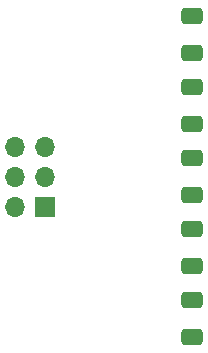
<source format=gbr>
%TF.GenerationSoftware,KiCad,Pcbnew,6.0.2-378541a8eb~116~ubuntu18.04.1*%
%TF.CreationDate,2022-03-16T16:53:27+09:00*%
%TF.ProjectId,led_a,6c65645f-612e-46b6-9963-61645f706362,rev?*%
%TF.SameCoordinates,Original*%
%TF.FileFunction,Soldermask,Bot*%
%TF.FilePolarity,Negative*%
%FSLAX46Y46*%
G04 Gerber Fmt 4.6, Leading zero omitted, Abs format (unit mm)*
G04 Created by KiCad (PCBNEW 6.0.2-378541a8eb~116~ubuntu18.04.1) date 2022-03-16 16:53:27*
%MOMM*%
%LPD*%
G01*
G04 APERTURE LIST*
G04 Aperture macros list*
%AMRoundRect*
0 Rectangle with rounded corners*
0 $1 Rounding radius*
0 $2 $3 $4 $5 $6 $7 $8 $9 X,Y pos of 4 corners*
0 Add a 4 corners polygon primitive as box body*
4,1,4,$2,$3,$4,$5,$6,$7,$8,$9,$2,$3,0*
0 Add four circle primitives for the rounded corners*
1,1,$1+$1,$2,$3*
1,1,$1+$1,$4,$5*
1,1,$1+$1,$6,$7*
1,1,$1+$1,$8,$9*
0 Add four rect primitives between the rounded corners*
20,1,$1+$1,$2,$3,$4,$5,0*
20,1,$1+$1,$4,$5,$6,$7,0*
20,1,$1+$1,$6,$7,$8,$9,0*
20,1,$1+$1,$8,$9,$2,$3,0*%
G04 Aperture macros list end*
%ADD10R,1.700000X1.700000*%
%ADD11O,1.700000X1.700000*%
%ADD12RoundRect,0.250000X0.650000X-0.412500X0.650000X0.412500X-0.650000X0.412500X-0.650000X-0.412500X0*%
G04 APERTURE END LIST*
D10*
%TO.C,J1*%
X86540000Y-57540000D03*
D11*
X84000000Y-57540000D03*
X86540000Y-55000000D03*
X84000000Y-55000000D03*
X86540000Y-52460000D03*
X84000000Y-52460000D03*
%TD*%
D12*
%TO.C,C2*%
X99000000Y-50562500D03*
X99000000Y-47437500D03*
%TD*%
%TO.C,C4*%
X99000000Y-62562500D03*
X99000000Y-59437500D03*
%TD*%
%TO.C,C5*%
X99000000Y-68562500D03*
X99000000Y-65437500D03*
%TD*%
%TO.C,C3*%
X99000000Y-56562500D03*
X99000000Y-53437500D03*
%TD*%
%TO.C,C1*%
X99000000Y-44562500D03*
X99000000Y-41437500D03*
%TD*%
M02*

</source>
